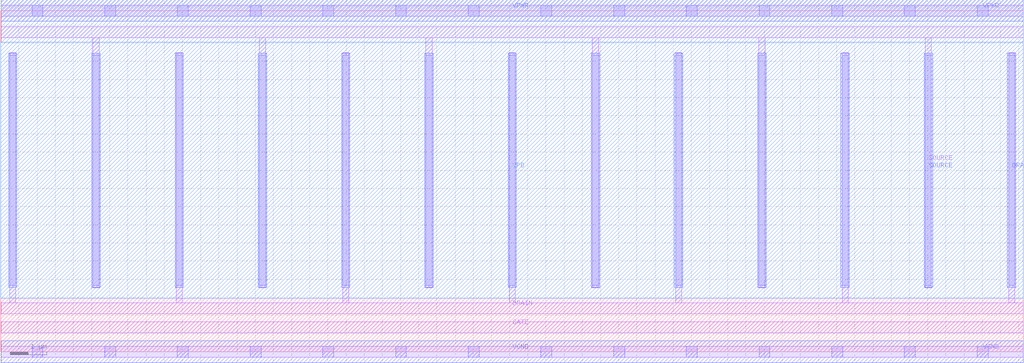
<source format=lef>
VERSION 5.7 ;
  NOWIREEXTENSIONATPIN ON ;
  DIVIDERCHAR "/" ;
  BUSBITCHARS "[]" ;
MACRO sky130_asc_pfet_01v8_lvt_12
  CLASS CORE ;
  FOREIGN sky130_asc_pfet_01v8_lvt_12 ;
  ORIGIN 0.000 0.000 ;
  SIZE 28.135 BY 9.400 ;
  SITE unitasc ;
  PIN GATE
    DIRECTION INOUT ;
    USE SIGNAL ;
    ANTENNAGATEAREA 154.800003 ;
    PORT
      LAYER li1 ;
        RECT 0.010 0.520 28.130 0.820 ;
    END
  END GATE
  PIN SOURCE
    DIRECTION INOUT ;
    USE SIGNAL ;
    ANTENNADIFFAREA 11.223000 ;
    PORT
      LAYER li1 ;
        RECT 0.010 8.650 28.130 8.950 ;
        RECT 2.535 1.755 2.705 8.650 ;
        RECT 7.115 1.755 7.285 8.650 ;
        RECT 11.695 1.755 11.865 8.650 ;
        RECT 16.275 1.755 16.445 8.650 ;
        RECT 20.855 1.755 21.025 8.650 ;
        RECT 25.435 1.755 25.605 8.650 ;
      LAYER mcon ;
        RECT 2.535 1.835 2.705 8.165 ;
        RECT 7.115 1.835 7.285 8.165 ;
        RECT 11.695 1.835 11.865 8.165 ;
        RECT 16.275 1.835 16.445 8.165 ;
        RECT 20.855 1.835 21.025 8.165 ;
        RECT 25.435 1.835 25.605 8.165 ;
      LAYER met1 ;
        RECT 2.505 1.775 2.735 8.225 ;
        RECT 7.085 1.775 7.315 8.225 ;
        RECT 11.665 1.775 11.895 8.225 ;
        RECT 16.245 1.775 16.475 8.225 ;
        RECT 20.825 1.775 21.055 8.225 ;
        RECT 25.405 1.775 25.635 8.225 ;
    END
  END SOURCE
  PIN DRAIN
    DIRECTION INOUT ;
    USE SIGNAL ;
    ANTENNADIFFAREA 13.093500 ;
    PORT
      LAYER li1 ;
        RECT 0.245 1.350 0.415 8.245 ;
        RECT 4.825 1.350 4.995 8.245 ;
        RECT 9.405 1.350 9.575 8.245 ;
        RECT 13.985 1.350 14.155 8.245 ;
        RECT 18.565 1.350 18.735 8.245 ;
        RECT 23.145 1.350 23.315 8.245 ;
        RECT 27.725 1.350 27.895 8.245 ;
        RECT 0.010 1.050 28.130 1.350 ;
      LAYER mcon ;
        RECT 0.245 1.835 0.415 8.165 ;
        RECT 4.825 1.835 4.995 8.165 ;
        RECT 9.405 1.835 9.575 8.165 ;
        RECT 13.985 1.835 14.155 8.165 ;
        RECT 18.565 1.835 18.735 8.165 ;
        RECT 23.145 1.835 23.315 8.165 ;
        RECT 27.725 1.835 27.895 8.165 ;
      LAYER met1 ;
        RECT 0.215 1.775 0.445 8.225 ;
        RECT 4.795 1.775 5.025 8.225 ;
        RECT 9.375 1.775 9.605 8.225 ;
        RECT 13.955 1.775 14.185 8.225 ;
        RECT 18.535 1.775 18.765 8.225 ;
        RECT 23.115 1.775 23.345 8.225 ;
        RECT 27.695 1.775 27.925 8.225 ;
    END
  END DRAIN
  PIN VPB
    DIRECTION INOUT ;
    USE POWER ;
    PORT
      LAYER nwell ;
        RECT 0.010 8.535 28.130 9.700 ;
        RECT 0.005 1.465 28.135 8.535 ;
    END
  END VPB
  PIN VPWR
    DIRECTION INOUT ;
    USE POWER ;
    PORT
      LAYER li1 ;
        RECT 0.010 9.250 28.130 9.550 ;
      LAYER mcon ;
        RECT 0.860 9.250 1.160 9.550 ;
        RECT 2.860 9.250 3.160 9.550 ;
        RECT 4.860 9.250 5.160 9.550 ;
        RECT 6.860 9.250 7.160 9.550 ;
        RECT 8.860 9.250 9.160 9.550 ;
        RECT 10.860 9.250 11.160 9.550 ;
        RECT 12.860 9.250 13.160 9.550 ;
        RECT 14.860 9.250 15.160 9.550 ;
        RECT 16.860 9.250 17.160 9.550 ;
        RECT 18.860 9.250 19.160 9.550 ;
        RECT 20.860 9.250 21.160 9.550 ;
        RECT 22.860 9.250 23.160 9.550 ;
        RECT 24.860 9.250 25.160 9.550 ;
        RECT 26.860 9.250 27.160 9.550 ;
      LAYER met1 ;
        RECT 0.010 9.100 28.130 9.700 ;
    END
  END VPWR
  PIN VGND
    DIRECTION INOUT ;
    USE GROUND ;
    PORT
      LAYER li1 ;
        RECT 0.010 -0.150 28.130 0.150 ;
      LAYER mcon ;
        RECT 0.860 -0.150 1.160 0.150 ;
        RECT 2.860 -0.150 3.160 0.150 ;
        RECT 4.860 -0.150 5.160 0.150 ;
        RECT 6.860 -0.150 7.160 0.150 ;
        RECT 8.860 -0.150 9.160 0.150 ;
        RECT 10.860 -0.150 11.160 0.150 ;
        RECT 12.860 -0.150 13.160 0.150 ;
        RECT 14.860 -0.150 15.160 0.150 ;
        RECT 16.860 -0.150 17.160 0.150 ;
        RECT 18.860 -0.150 19.160 0.150 ;
        RECT 20.860 -0.150 21.160 0.150 ;
        RECT 22.860 -0.150 23.160 0.150 ;
        RECT 24.860 -0.150 25.160 0.150 ;
        RECT 26.860 -0.150 27.160 0.150 ;
      LAYER met1 ;
        RECT 0.010 -0.300 28.130 0.300 ;
    END
  END VGND
END sky130_asc_pfet_01v8_lvt_12
END LIBRARY


</source>
